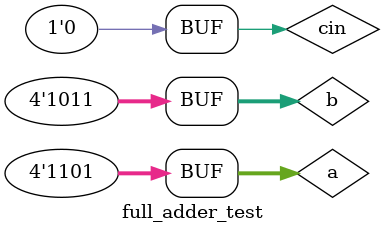
<source format=v>
`timescale 1ns / 1ps


module full_adder_test;

	// Inputs
	reg [3:0] a;
	reg [3:0] b;
	reg cin;

	// Outputs
	wire [3:0] sum;
	wire cout;

	// Instantiate the Unit Under Test (UUT)
	parallel_adder uut (
		.sum(sum), 
		.cout(cout), 
		.a(a), 
		.b(b), 
		.cin(cin)
	);

	initial begin
	

		// Wait 100 ns for global reset to finish
		
      a = 0;
		b = 0;
		cin = 0;

		// Wait 100 ns for global reset to finish
		#100;
		
		a=4'b1000;
		b=4'b1000;
		cin=0;
		#100;
		
		a=4'b1101;
		b=4'b1011;
		cin=0;
		#100;
		// Add stimulus here

	end
      
endmodule


</source>
